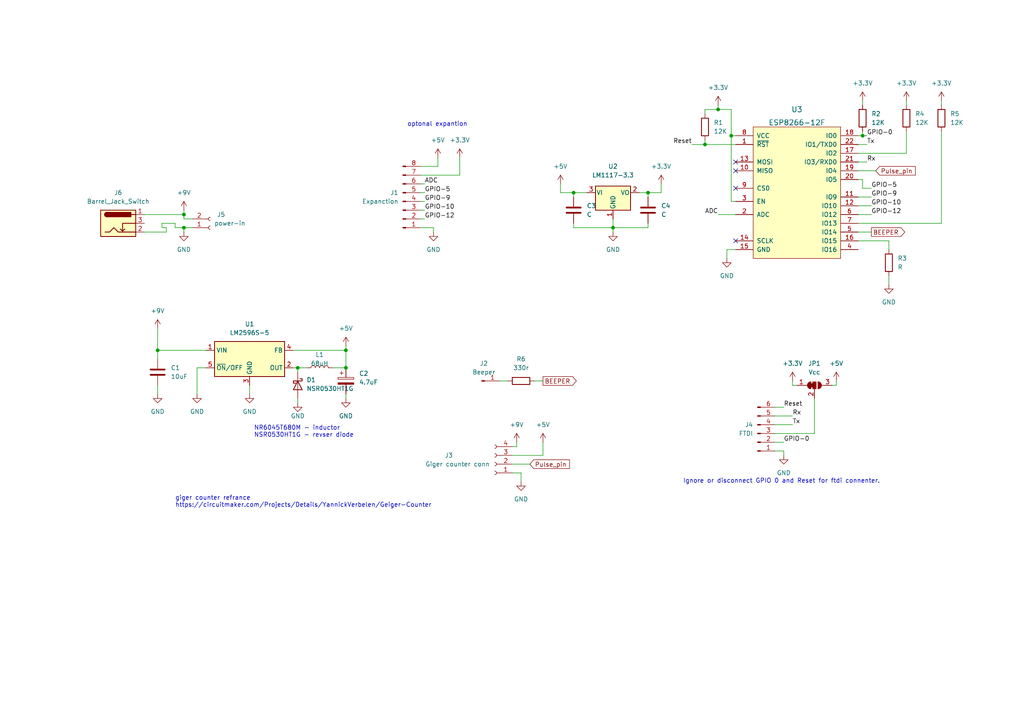
<source format=kicad_sch>
(kicad_sch (version 20211123) (generator eeschema)
  (paper "A4")
  (lib_symbols
    (symbol "Connector:Barrel_Jack_Switch" (pin_names hide)
      (property "Reference" "J" (at 0 5.334 0))
      (property "Value" "Barrel_Jack_Switch" (at 0 -5.08 0))
      (symbol "Barrel_Jack_Switch_0_1"
        (rectangle (start -5.08 3.81) (end 5.08 -3.81) (stroke (width 0.254)) (fill (type background)))
        (arc (start -3.302 3.175) (mid -3.937 2.54) (end -3.302 1.905) (stroke (width 0.254)))
        (arc (start -3.302 3.175) (mid -3.937 2.54) (end -3.302 1.905) (stroke (width 0.254)) (fill (type outline)))
        (polyline (pts (xy 1.27 -2.286) (xy 1.905 -1.651)) (stroke (width 0.254)))
        (polyline (pts (xy 5.08 2.54) (xy 3.81 2.54)) (stroke (width 0.254)))
        (polyline (pts (xy 5.08 0) (xy 1.27 0) (xy 1.27 -2.286) (xy 0.635 -1.651)) (stroke (width 0.254)))
        (polyline (pts (xy -3.81 -2.54) (xy -2.54 -2.54) (xy -1.27 -1.27) (xy 0 -2.54) (xy 2.54 -2.54) (xy 5.08 -2.54)) (stroke (width 0.254)))
        (rectangle (start 3.683 3.175) (end -3.302 1.905) (stroke (width 0.254)) (fill (type outline)))
      )
      (symbol "Barrel_Jack_Switch_1_1"
        (pin passive line (at 7.62 2.54 180) (length 2.54) (name "~") (number "1"))
        (pin passive line (at 7.62 -2.54 180) (length 2.54) (name "~") (number "2"))
        (pin passive line (at 7.62 0 180) (length 2.54) (name "~") (number "3"))
      )
    )
    (symbol "Connector:Conn_01x01_Male" (pin_names (offset 1.016) hide)
      (property "Reference" "J" (at 0 2.54 0))
      (property "Value" "Conn_01x01_Male" (at 0 -2.54 0))
      (symbol "Conn_01x01_Male_1_1"
        (polyline (pts (xy 1.27 0) (xy 0.8636 0)) (stroke (width 0.1524)))
        (rectangle (start 0.8636 0.127) (end 0 -0.127) (stroke (width 0.1524)) (fill (type outline)))
        (pin passive line (at 5.08 0 180) (length 3.81) (name "Pin_1") (number "1"))
      )
    )
    (symbol "Connector:Conn_01x02_Female" (pin_names (offset 1.016) hide)
      (property "Reference" "J" (at 0 2.54 0))
      (property "Value" "Conn_01x02_Female" (at 0 -5.08 0))
      (symbol "Conn_01x02_Female_1_1"
        (arc (start 0 -2.032) (mid -0.508 -2.54) (end 0 -3.048) (stroke (width 0.1524)))
        (polyline (pts (xy -1.27 -2.54) (xy -0.508 -2.54)) (stroke (width 0.1524)))
        (polyline (pts (xy -1.27 0) (xy -0.508 0)) (stroke (width 0.1524)))
        (arc (start 0 0.508) (mid -0.508 0) (end 0 -0.508) (stroke (width 0.1524)))
        (pin passive line (at -5.08 0 0) (length 3.81) (name "Pin_1") (number "1"))
        (pin passive line (at -5.08 -2.54 0) (length 3.81) (name "Pin_2") (number "2"))
      )
    )
    (symbol "Connector:Conn_01x04_Female" (pin_names (offset 1.016) hide)
      (property "Reference" "J" (at 0 5.08 0))
      (property "Value" "Conn_01x04_Female" (at 0 -7.62 0))
      (symbol "Conn_01x04_Female_1_1"
        (arc (start 0 -4.572) (mid -0.508 -5.08) (end 0 -5.588) (stroke (width 0.1524)))
        (arc (start 0 -2.032) (mid -0.508 -2.54) (end 0 -3.048) (stroke (width 0.1524)))
        (polyline (pts (xy -1.27 -5.08) (xy -0.508 -5.08)) (stroke (width 0.1524)))
        (polyline (pts (xy -1.27 -2.54) (xy -0.508 -2.54)) (stroke (width 0.1524)))
        (polyline (pts (xy -1.27 0) (xy -0.508 0)) (stroke (width 0.1524)))
        (polyline (pts (xy -1.27 2.54) (xy -0.508 2.54)) (stroke (width 0.1524)))
        (arc (start 0 0.508) (mid -0.508 0) (end 0 -0.508) (stroke (width 0.1524)))
        (arc (start 0 3.048) (mid -0.508 2.54) (end 0 2.032) (stroke (width 0.1524)))
        (pin passive line (at -5.08 2.54 0) (length 3.81) (name "Pin_1") (number "1"))
        (pin passive line (at -5.08 0 0) (length 3.81) (name "Pin_2") (number "2"))
        (pin passive line (at -5.08 -2.54 0) (length 3.81) (name "Pin_3") (number "3"))
        (pin passive line (at -5.08 -5.08 0) (length 3.81) (name "Pin_4") (number "4"))
      )
    )
    (symbol "Connector:Conn_01x06_Male" (pin_names (offset 1.016) hide)
      (property "Reference" "J" (at 0 7.62 0))
      (property "Value" "Conn_01x06_Male" (at 0 -10.16 0))
      (symbol "Conn_01x06_Male_1_1"
        (polyline (pts (xy 1.27 -7.62) (xy 0.8636 -7.62)) (stroke (width 0.1524)))
        (polyline (pts (xy 1.27 -5.08) (xy 0.8636 -5.08)) (stroke (width 0.1524)))
        (polyline (pts (xy 1.27 -2.54) (xy 0.8636 -2.54)) (stroke (width 0.1524)))
        (polyline (pts (xy 1.27 0) (xy 0.8636 0)) (stroke (width 0.1524)))
        (polyline (pts (xy 1.27 2.54) (xy 0.8636 2.54)) (stroke (width 0.1524)))
        (polyline (pts (xy 1.27 5.08) (xy 0.8636 5.08)) (stroke (width 0.1524)))
        (rectangle (start 0.8636 -7.493) (end 0 -7.747) (stroke (width 0.1524)) (fill (type outline)))
        (rectangle (start 0.8636 -4.953) (end 0 -5.207) (stroke (width 0.1524)) (fill (type outline)))
        (rectangle (start 0.8636 -2.413) (end 0 -2.667) (stroke (width 0.1524)) (fill (type outline)))
        (rectangle (start 0.8636 0.127) (end 0 -0.127) (stroke (width 0.1524)) (fill (type outline)))
        (rectangle (start 0.8636 2.667) (end 0 2.413) (stroke (width 0.1524)) (fill (type outline)))
        (rectangle (start 0.8636 5.207) (end 0 4.953) (stroke (width 0.1524)) (fill (type outline)))
        (pin passive line (at 5.08 5.08 180) (length 3.81) (name "Pin_1") (number "1"))
        (pin passive line (at 5.08 2.54 180) (length 3.81) (name "Pin_2") (number "2"))
        (pin passive line (at 5.08 0 180) (length 3.81) (name "Pin_3") (number "3"))
        (pin passive line (at 5.08 -2.54 180) (length 3.81) (name "Pin_4") (number "4"))
        (pin passive line (at 5.08 -5.08 180) (length 3.81) (name "Pin_5") (number "5"))
        (pin passive line (at 5.08 -7.62 180) (length 3.81) (name "Pin_6") (number "6"))
      )
    )
    (symbol "Connector:Conn_01x08_Male" (pin_names (offset 1.016) hide)
      (property "Reference" "J" (at 0 10.16 0))
      (property "Value" "Conn_01x08_Male" (at 0 -12.7 0))
      (symbol "Conn_01x08_Male_1_1"
        (polyline (pts (xy 1.27 -10.16) (xy 0.8636 -10.16)) (stroke (width 0.1524)))
        (polyline (pts (xy 1.27 -7.62) (xy 0.8636 -7.62)) (stroke (width 0.1524)))
        (polyline (pts (xy 1.27 -5.08) (xy 0.8636 -5.08)) (stroke (width 0.1524)))
        (polyline (pts (xy 1.27 -2.54) (xy 0.8636 -2.54)) (stroke (width 0.1524)))
        (polyline (pts (xy 1.27 0) (xy 0.8636 0)) (stroke (width 0.1524)))
        (polyline (pts (xy 1.27 2.54) (xy 0.8636 2.54)) (stroke (width 0.1524)))
        (polyline (pts (xy 1.27 5.08) (xy 0.8636 5.08)) (stroke (width 0.1524)))
        (polyline (pts (xy 1.27 7.62) (xy 0.8636 7.62)) (stroke (width 0.1524)))
        (rectangle (start 0.8636 -10.033) (end 0 -10.287) (stroke (width 0.1524)) (fill (type outline)))
        (rectangle (start 0.8636 -7.493) (end 0 -7.747) (stroke (width 0.1524)) (fill (type outline)))
        (rectangle (start 0.8636 -4.953) (end 0 -5.207) (stroke (width 0.1524)) (fill (type outline)))
        (rectangle (start 0.8636 -2.413) (end 0 -2.667) (stroke (width 0.1524)) (fill (type outline)))
        (rectangle (start 0.8636 0.127) (end 0 -0.127) (stroke (width 0.1524)) (fill (type outline)))
        (rectangle (start 0.8636 2.667) (end 0 2.413) (stroke (width 0.1524)) (fill (type outline)))
        (rectangle (start 0.8636 5.207) (end 0 4.953) (stroke (width 0.1524)) (fill (type outline)))
        (rectangle (start 0.8636 7.747) (end 0 7.493) (stroke (width 0.1524)) (fill (type outline)))
        (pin passive line (at 5.08 7.62 180) (length 3.81) (name "Pin_1") (number "1"))
        (pin passive line (at 5.08 5.08 180) (length 3.81) (name "Pin_2") (number "2"))
        (pin passive line (at 5.08 2.54 180) (length 3.81) (name "Pin_3") (number "3"))
        (pin passive line (at 5.08 0 180) (length 3.81) (name "Pin_4") (number "4"))
        (pin passive line (at 5.08 -2.54 180) (length 3.81) (name "Pin_5") (number "5"))
        (pin passive line (at 5.08 -5.08 180) (length 3.81) (name "Pin_6") (number "6"))
        (pin passive line (at 5.08 -7.62 180) (length 3.81) (name "Pin_7") (number "7"))
        (pin passive line (at 5.08 -10.16 180) (length 3.81) (name "Pin_8") (number "8"))
      )
    )
    (symbol "Device:C" (pin_numbers hide) (pin_names (offset 0.254))
      (property "Reference" "C" (at 0.635 2.54 0))
      (property "Value" "C" (at 0.635 -2.54 0))
      (symbol "C_0_1"
        (polyline (pts (xy -2.032 -0.762) (xy 2.032 -0.762)) (stroke (width 0.508)))
        (polyline (pts (xy -2.032 0.762) (xy 2.032 0.762)) (stroke (width 0.508)))
      )
      (symbol "C_1_1"
        (pin passive line (at 0 3.81 270) (length 2.794) (name "~") (number "1"))
        (pin passive line (at 0 -3.81 90) (length 2.794) (name "~") (number "2"))
      )
    )
    (symbol "Device:C_Polarized" (pin_numbers hide) (pin_names (offset 0.254))
      (property "Reference" "C" (at 0.635 2.54 0))
      (property "Value" "C_Polarized" (at 0.635 -2.54 0))
      (symbol "C_Polarized_0_1"
        (rectangle (start -2.286 0.508) (end 2.286 1.016))
        (polyline (pts (xy -1.778 2.286) (xy -0.762 2.286)))
        (polyline (pts (xy -1.27 2.794) (xy -1.27 1.778)))
        (rectangle (start 2.286 -0.508) (end -2.286 -1.016) (fill (type outline)))
      )
      (symbol "C_Polarized_1_1"
        (pin passive line (at 0 3.81 270) (length 2.794) (name "~") (number "1"))
        (pin passive line (at 0 -3.81 90) (length 2.794) (name "~") (number "2"))
      )
    )
    (symbol "Device:L" (pin_numbers hide) (pin_names (offset 1.016) hide)
      (property "Reference" "L" (at -1.27 0 90))
      (property "Value" "L" (at 1.905 0 90))
      (symbol "L_0_1"
        (arc (start 0 -2.54) (mid 0.635 -1.905) (end 0 -1.27))
        (arc (start 0 -1.27) (mid 0.635 -0.635) (end 0 0))
        (arc (start 0 0) (mid 0.635 0.635) (end 0 1.27))
        (arc (start 0 1.27) (mid 0.635 1.905) (end 0 2.54))
      )
      (symbol "L_1_1"
        (pin passive line (at 0 3.81 270) (length 1.27) (name "1") (number "1"))
        (pin passive line (at 0 -3.81 90) (length 1.27) (name "2") (number "2"))
      )
    )
    (symbol "Device:R" (pin_numbers hide) (pin_names (offset 0))
      (property "Reference" "R" (at 2.032 0 90))
      (property "Value" "R" (at 0 0 90))
      (symbol "R_0_1"
        (rectangle (start -1.016 -2.54) (end 1.016 2.54) (stroke (width 0.254)))
      )
      (symbol "R_1_1"
        (pin passive line (at 0 3.81 270) (length 1.27) (name "~") (number "1"))
        (pin passive line (at 0 -3.81 90) (length 1.27) (name "~") (number "2"))
      )
    )
    (symbol "Diode:1N5822" (pin_numbers hide) (pin_names (offset 1.016) hide)
      (property "Reference" "D" (at 0 2.54 0))
      (property "Value" "1N5822" (at 0 -2.54 0))
      (symbol "1N5822_0_1"
        (polyline (pts (xy 1.27 0) (xy -1.27 0)))
        (polyline (pts (xy 1.27 1.27) (xy 1.27 -1.27) (xy -1.27 0) (xy 1.27 1.27)) (stroke (width 0.254)))
        (polyline (pts (xy -1.905 0.635) (xy -1.905 1.27) (xy -1.27 1.27) (xy -1.27 -1.27) (xy -0.635 -1.27) (xy -0.635 -0.635)) (stroke (width 0.254)))
      )
      (symbol "1N5822_1_1"
        (pin passive line (at -3.81 0 0) (length 2.54) (name "K") (number "1"))
        (pin passive line (at 3.81 0 180) (length 2.54) (name "A") (number "2"))
      )
    )
    (symbol "Jumper:SolderJumper_3_Bridged12" (pin_names (offset 0) hide)
      (property "Reference" "JP" (at -2.54 -2.54 0))
      (property "Value" "SolderJumper_3_Bridged12" (at 0 2.794 0))
      (symbol "SolderJumper_3_Bridged12_0_1"
        (rectangle (start -1.016 0.508) (end -0.508 -0.508) (fill (type outline)))
        (arc (start -1.016 1.016) (mid -2.032 0) (end -1.016 -1.016))
        (arc (start -1.016 1.016) (mid -2.032 0) (end -1.016 -1.016) (fill (type outline)))
        (rectangle (start -0.508 1.016) (end 0.508 -1.016) (fill (type outline)))
        (polyline (pts (xy -2.54 0) (xy -2.032 0)))
        (polyline (pts (xy -1.016 1.016) (xy -1.016 -1.016)))
        (polyline (pts (xy 0 -1.27) (xy 0 -1.016)))
        (polyline (pts (xy 1.016 1.016) (xy 1.016 -1.016)))
        (polyline (pts (xy 2.54 0) (xy 2.032 0)))
        (arc (start 1.016 -1.016) (mid 2.032 0) (end 1.016 1.016))
        (arc (start 1.016 -1.016) (mid 2.032 0) (end 1.016 1.016) (fill (type outline)))
      )
      (symbol "SolderJumper_3_Bridged12_1_1"
        (pin passive line (at -5.08 0 0) (length 2.54) (name "A") (number "1"))
        (pin passive line (at 0 -3.81 90) (length 2.54) (name "C") (number "2"))
        (pin passive line (at 5.08 0 180) (length 2.54) (name "B") (number "3"))
      )
    )
    (symbol "Regulator_Linear:LM1117-3.3" (pin_names (offset 0.254))
      (property "Reference" "U" (at -3.81 3.175 0))
      (property "Value" "LM1117-3.3" (at 0 3.175 0))
      (symbol "LM1117-3.3_0_1"
        (rectangle (start -5.08 -5.08) (end 5.08 1.905) (stroke (width 0.254)) (fill (type background)))
      )
      (symbol "LM1117-3.3_1_1"
        (pin power_in line (at 0 -7.62 90) (length 2.54) (name "GND") (number "1"))
        (pin power_out line (at 7.62 0 180) (length 2.54) (name "VO") (number "2"))
        (pin power_in line (at -7.62 0 0) (length 2.54) (name "VI") (number "3"))
      )
    )
    (symbol "Regulator_Switching:LM2596S-5"
      (property "Reference" "U" (at -10.16 6.35 0))
      (property "Value" "LM2596S-5" (at 0 6.35 0))
      (symbol "LM2596S-5_0_1"
        (rectangle (start -10.16 5.08) (end 10.16 -5.08) (stroke (width 0.254)) (fill (type background)))
      )
      (symbol "LM2596S-5_1_1"
        (pin power_in line (at -12.7 2.54 0) (length 2.54) (name "VIN") (number "1"))
        (pin output line (at 12.7 -2.54 180) (length 2.54) (name "OUT") (number "2"))
        (pin power_in line (at 0 -7.62 90) (length 2.54) (name "GND") (number "3"))
        (pin input line (at 12.7 2.54 180) (length 2.54) (name "FB") (number "4"))
        (pin input line (at -12.7 -2.54 0) (length 2.54) (name "~{ON}/OFF") (number "5"))
      )
    )
    (symbol "phosphor:ESP8266-12F" (pin_names (offset 1.016))
      (property "Reference" "U" (at 0 -3.81 0))
      (property "Value" "ESP8266-12F" (at 0 -1.27 0))
      (symbol "ESP8266-12F_0_1"
        (rectangle (start -12.7 38.1) (end 12.7 0) (fill (type background)))
      )
      (symbol "ESP8266-12F_1_1"
        (pin input line (at -17.78 33.02 0) (length 5.08) (name "~{RST}") (number "1"))
        (pin output line (at -17.78 25.4 0) (length 5.08) (name "MISO") (number "10"))
        (pin bidirectional line (at 17.78 17.78 180) (length 5.08) (name "IO9") (number "11"))
        (pin bidirectional line (at 17.78 15.24 180) (length 5.08) (name "IO10") (number "12"))
        (pin output line (at -17.78 27.94 0) (length 5.08) (name "MOSI") (number "13"))
        (pin output line (at -17.78 5.08 0) (length 5.08) (name "SCLK") (number "14"))
        (pin power_in line (at -17.78 2.54 0) (length 5.08) (name "GND") (number "15"))
        (pin bidirectional line (at 17.78 5.08 180) (length 5.08) (name "IO15") (number "16"))
        (pin bidirectional line (at 17.78 30.48 180) (length 5.08) (name "IO2") (number "17"))
        (pin bidirectional line (at 17.78 35.56 180) (length 5.08) (name "IO0") (number "18"))
        (pin bidirectional line (at 17.78 25.4 180) (length 5.08) (name "IO4") (number "19"))
        (pin input line (at -17.78 12.7 0) (length 5.08) (name "ADC") (number "2"))
        (pin bidirectional line (at 17.78 22.86 180) (length 5.08) (name "IO5") (number "20"))
        (pin bidirectional line (at 17.78 27.94 180) (length 5.08) (name "IO3/RXD0") (number "21"))
        (pin bidirectional line (at 17.78 33.02 180) (length 5.08) (name "IO1/TXD0") (number "22"))
        (pin input line (at -17.78 16.51 0) (length 5.08) (name "EN") (number "3"))
        (pin bidirectional line (at 17.78 2.54 180) (length 5.08) (name "IO16") (number "4"))
        (pin bidirectional line (at 17.78 7.62 180) (length 5.08) (name "IO14") (number "5"))
        (pin bidirectional line (at 17.78 12.7 180) (length 5.08) (name "IO12") (number "6"))
        (pin bidirectional line (at 17.78 10.16 180) (length 5.08) (name "IO13") (number "7"))
        (pin power_in line (at -17.78 35.56 0) (length 5.08) (name "VCC") (number "8"))
        (pin input line (at -17.78 20.32 0) (length 5.08) (name "CS0") (number "9"))
      )
    )
    (symbol "power:+3.3V" (power) (pin_names (offset 0))
      (property "Value" "+3.3V" (at 0 3.556 0))
      (symbol "+3.3V_0_1"
        (polyline (pts (xy -0.762 1.27) (xy 0 2.54)))
        (polyline (pts (xy 0 0) (xy 0 2.54)))
        (polyline (pts (xy 0 2.54) (xy 0.762 1.27)))
      )
      (symbol "+3.3V_1_1"
        (pin power_in line (at 0 0 90) (length 0) hide (name "+3.3V") (number "1"))
      )
    )
    (symbol "power:+5V" (power) (pin_names (offset 0))
      (property "Value" "+5V" (at 0 3.556 0))
      (symbol "+5V_0_1"
        (polyline (pts (xy -0.762 1.27) (xy 0 2.54)))
        (polyline (pts (xy 0 0) (xy 0 2.54)))
        (polyline (pts (xy 0 2.54) (xy 0.762 1.27)))
      )
      (symbol "+5V_1_1"
        (pin power_in line (at 0 0 90) (length 0) hide (name "+5V") (number "1"))
      )
    )
    (symbol "power:+9V" (power) (pin_names (offset 0))
      (property "Value" "+9V" (at 0 3.556 0))
      (symbol "+9V_0_1"
        (polyline (pts (xy -0.762 1.27) (xy 0 2.54)))
        (polyline (pts (xy 0 0) (xy 0 2.54)))
        (polyline (pts (xy 0 2.54) (xy 0.762 1.27)))
      )
      (symbol "+9V_1_1"
        (pin power_in line (at 0 0 90) (length 0) hide (name "+9V") (number "1"))
      )
    )
    (symbol "power:GND" (power) (pin_names (offset 0))
      (property "Value" "GND" (at 0 -3.81 0))
      (symbol "GND_0_1"
        (polyline (pts (xy 0 0) (xy 0 -1.27) (xy 1.27 -1.27) (xy 0 -2.54) (xy -1.27 -1.27) (xy 0 -1.27)))
      )
      (symbol "GND_1_1"
        (pin power_in line (at 0 0 270) (length 0) hide (name "GND") (number "1"))
      )
    )
  )
  (junction (at 208.28 31.75))
  (junction (at 100.33 106.68))
  (junction (at 53.34 62.23))
  (junction (at 53.34 66.04))
  (junction (at 250.19 39.37))
  (junction (at 204.47 41.91))
  (junction (at 177.8 66.04))
  (junction (at 45.72 101.6))
  (junction (at 187.96 55.88))
  (junction (at 212.09 39.37))
  (junction (at 100.33 101.6))
  (junction (at 86.36 106.68))
  (junction (at 166.37 55.88))
  (no_connect (at 213.36 69.85))
  (no_connect (at 213.36 49.53))
  (no_connect (at 213.36 46.99))
  (no_connect (at 213.36 54.61))
  (wire (pts (xy 166.37 55.88) (xy 166.37 57.15)))
  (wire (pts (xy 248.92 52.07) (xy 250.19 52.07)))
  (wire (pts (xy 227.33 130.81) (xy 227.33 132.08)))
  (wire (pts (xy 46.99 66.04) (xy 46.99 64.77)))
  (wire (pts (xy 248.92 59.69) (xy 252.73 59.69)))
  (wire (pts (xy 212.09 58.42) (xy 213.36 58.42)))
  (wire (pts (xy 248.92 46.99) (xy 251.46 46.99)))
  (wire (pts (xy 85.09 101.6) (xy 100.33 101.6)))
  (wire (pts (xy 248.92 67.31) (xy 252.73 67.31)))
  (wire (pts (xy 86.36 106.68) (xy 86.36 107.95)))
  (wire (pts (xy 248.92 41.91) (xy 251.46 41.91)))
  (wire (pts (xy 177.8 66.04) (xy 187.96 66.04)))
  (wire (pts (xy 177.8 67.31) (xy 177.8 66.04)))
  (wire (pts (xy 121.92 58.42) (xy 123.19 58.42)))
  (wire (pts (xy 242.57 110.49) (xy 242.57 111.76)))
  (wire (pts (xy 224.79 128.27) (xy 227.33 128.27)))
  (wire (pts (xy 59.69 101.6) (xy 45.72 101.6)))
  (wire (pts (xy 53.34 63.5) (xy 53.34 62.23)))
  (wire (pts (xy 121.92 48.26) (xy 127 48.26)))
  (wire (pts (xy 210.82 72.39) (xy 213.36 72.39)))
  (wire (pts (xy 45.72 101.6) (xy 45.72 104.14)))
  (wire (pts (xy 85.09 106.68) (xy 86.36 106.68)))
  (wire (pts (xy 53.34 62.23) (xy 53.34 60.96)))
  (wire (pts (xy 133.35 45.72) (xy 133.35 50.8)))
  (wire (pts (xy 262.89 44.45) (xy 262.89 38.1)))
  (wire (pts (xy 177.8 66.04) (xy 177.8 63.5)))
  (wire (pts (xy 121.92 60.96) (xy 123.19 60.96)))
  (wire (pts (xy 224.79 125.73) (xy 236.22 125.73)))
  (wire (pts (xy 48.26 66.04) (xy 46.99 66.04)))
  (wire (pts (xy 48.26 67.31) (xy 48.26 66.04)))
  (wire (pts (xy 200.66 41.91) (xy 204.47 41.91)))
  (wire (pts (xy 148.59 129.54) (xy 149.86 129.54)))
  (wire (pts (xy 100.33 114.3) (xy 100.33 115.57)))
  (wire (pts (xy 151.13 137.16) (xy 151.13 139.7)))
  (wire (pts (xy 50.8 64.77) (xy 50.8 66.04)))
  (wire (pts (xy 127 45.72) (xy 127 48.26)))
  (wire (pts (xy 57.15 114.3) (xy 57.15 106.68)))
  (wire (pts (xy 250.19 29.21) (xy 250.19 30.48)))
  (wire (pts (xy 236.22 115.57) (xy 236.22 125.73)))
  (wire (pts (xy 224.79 118.11) (xy 227.33 118.11)))
  (wire (pts (xy 248.92 69.85) (xy 257.81 69.85)))
  (wire (pts (xy 273.05 29.21) (xy 273.05 30.48)))
  (wire (pts (xy 250.19 38.1) (xy 250.19 39.37)))
  (wire (pts (xy 53.34 66.04) (xy 55.88 66.04)))
  (wire (pts (xy 149.86 129.54) (xy 149.86 128.27)))
  (wire (pts (xy 212.09 39.37) (xy 213.36 39.37)))
  (wire (pts (xy 157.48 132.08) (xy 157.48 128.27)))
  (wire (pts (xy 121.92 66.04) (xy 125.73 66.04)))
  (wire (pts (xy 166.37 64.77) (xy 166.37 66.04)))
  (wire (pts (xy 46.99 64.77) (xy 50.8 64.77)))
  (wire (pts (xy 121.92 50.8) (xy 133.35 50.8)))
  (wire (pts (xy 248.92 39.37) (xy 250.19 39.37)))
  (wire (pts (xy 208.28 31.75) (xy 212.09 31.75)))
  (wire (pts (xy 50.8 66.04) (xy 53.34 66.04)))
  (wire (pts (xy 125.73 67.31) (xy 125.73 66.04)))
  (wire (pts (xy 45.72 95.25) (xy 45.72 101.6)))
  (wire (pts (xy 41.91 67.31) (xy 48.26 67.31)))
  (wire (pts (xy 148.59 134.62) (xy 153.67 134.62)))
  (wire (pts (xy 162.56 53.34) (xy 162.56 55.88)))
  (wire (pts (xy 204.47 41.91) (xy 213.36 41.91)))
  (wire (pts (xy 248.92 44.45) (xy 262.89 44.45)))
  (wire (pts (xy 187.96 66.04) (xy 187.96 64.77)))
  (wire (pts (xy 257.81 69.85) (xy 257.81 72.39)))
  (wire (pts (xy 166.37 55.88) (xy 162.56 55.88)))
  (wire (pts (xy 100.33 106.68) (xy 96.52 106.68)))
  (wire (pts (xy 191.77 53.34) (xy 191.77 55.88)))
  (wire (pts (xy 121.92 63.5) (xy 123.19 63.5)))
  (wire (pts (xy 250.19 39.37) (xy 251.46 39.37)))
  (wire (pts (xy 242.57 111.76) (xy 241.3 111.76)))
  (wire (pts (xy 257.81 80.01) (xy 257.81 82.55)))
  (wire (pts (xy 248.92 62.23) (xy 252.73 62.23)))
  (wire (pts (xy 121.92 55.88) (xy 123.19 55.88)))
  (wire (pts (xy 72.39 111.76) (xy 72.39 114.3)))
  (wire (pts (xy 86.36 115.57) (xy 86.36 116.84)))
  (wire (pts (xy 41.91 62.23) (xy 53.34 62.23)))
  (wire (pts (xy 208.28 62.23) (xy 213.36 62.23)))
  (wire (pts (xy 187.96 55.88) (xy 187.96 57.15)))
  (wire (pts (xy 248.92 64.77) (xy 273.05 64.77)))
  (wire (pts (xy 250.19 54.61) (xy 250.19 52.07)))
  (wire (pts (xy 229.87 110.49) (xy 229.87 111.76)))
  (wire (pts (xy 262.89 29.21) (xy 262.89 30.48)))
  (wire (pts (xy 204.47 31.75) (xy 208.28 31.75)))
  (wire (pts (xy 86.36 106.68) (xy 88.9 106.68)))
  (wire (pts (xy 248.92 57.15) (xy 252.73 57.15)))
  (wire (pts (xy 100.33 100.33) (xy 100.33 101.6)))
  (wire (pts (xy 229.87 111.76) (xy 231.14 111.76)))
  (wire (pts (xy 148.59 137.16) (xy 151.13 137.16)))
  (wire (pts (xy 57.15 106.68) (xy 59.69 106.68)))
  (wire (pts (xy 121.92 53.34) (xy 123.19 53.34)))
  (wire (pts (xy 185.42 55.88) (xy 187.96 55.88)))
  (wire (pts (xy 210.82 74.93) (xy 210.82 72.39)))
  (wire (pts (xy 154.94 110.49) (xy 157.48 110.49)))
  (wire (pts (xy 224.79 123.19) (xy 229.87 123.19)))
  (wire (pts (xy 148.59 132.08) (xy 157.48 132.08)))
  (wire (pts (xy 204.47 33.02) (xy 204.47 31.75)))
  (wire (pts (xy 208.28 30.48) (xy 208.28 31.75)))
  (wire (pts (xy 55.88 63.5) (xy 53.34 63.5)))
  (wire (pts (xy 224.79 130.81) (xy 227.33 130.81)))
  (wire (pts (xy 166.37 66.04) (xy 177.8 66.04)))
  (wire (pts (xy 204.47 40.64) (xy 204.47 41.91)))
  (wire (pts (xy 53.34 67.31) (xy 53.34 66.04)))
  (wire (pts (xy 212.09 31.75) (xy 212.09 39.37)))
  (wire (pts (xy 252.73 54.61) (xy 250.19 54.61)))
  (wire (pts (xy 144.78 110.49) (xy 147.32 110.49)))
  (wire (pts (xy 187.96 55.88) (xy 191.77 55.88)))
  (wire (pts (xy 170.18 55.88) (xy 166.37 55.88)))
  (wire (pts (xy 100.33 101.6) (xy 100.33 106.68)))
  (wire (pts (xy 224.79 120.65) (xy 229.87 120.65)))
  (wire (pts (xy 45.72 111.76) (xy 45.72 114.3)))
  (wire (pts (xy 273.05 64.77) (xy 273.05 38.1)))
  (wire (pts (xy 248.92 49.53) (xy 254 49.53)))
  (wire (pts (xy 212.09 39.37) (xy 212.09 58.42)))
  (text "Ignore or disconnect GPIO 0 and Reset for ftdi connenter.\n" (at 198.12 140.335 0) (effects (font (size 1.27 1.27)) (justify left bottom)))
  (text "optonal expantion 	" (at 118.11 36.83 0) (effects (font (size 1.27 1.27)) (justify left bottom)))
  (text "NR6045T680M - inductor\nNSR0530HT1G - revser diode" (at 73.66 127 0) (effects (font (size 1.27 1.27)) (justify left bottom)))
  (text "giger counter refrance\nhttps://circuitmaker.com/Projects/Details/YannickVerbelen/Geiger-Counter" (at 50.8 147.32 0) (effects (font (size 1.27 1.27)) (justify left bottom)))
  (label "ADC" (at 208.28 62.23 180))
  (label "GPIO-9" (at 123.19 58.42 0))
  (label "Rx" (at 229.87 120.65 0))
  (label "GPIO-5" (at 123.19 55.88 0))
  (label "GPIO-10" (at 252.73 59.69 0))
  (label "GPIO-10" (at 123.19 60.96 0))
  (label "ADC" (at 123.19 53.34 0))
  (label "GPIO-12" (at 252.73 62.23 0))
  (label "Reset" (at 227.33 118.11 0))
  (label "Tx" (at 229.87 123.19 0))
  (label "Rx" (at 251.46 46.99 0))
  (label "Reset" (at 200.66 41.91 180))
  (label "Tx" (at 251.46 41.91 0))
  (label "GPIO-9" (at 252.73 57.15 0))
  (label "GPIO-12" (at 123.19 63.5 0))
  (label "GPIO-0" (at 227.33 128.27 0))
  (label "GPIO-0" (at 251.46 39.37 0))
  (label "GPIO-5" (at 252.73 54.61 0))
  (global_label "Pulse_pin" (shape input) (at 254 49.53 0) (property "Intersheet References" "${INTERSHEET_REFS}" (effects hide)))
  (global_label "BEEPER" (shape output) (at 252.73 67.31 0) (property "Intersheet References" "${INTERSHEET_REFS}" (effects hide)))
  (global_label "Pulse_pin" (shape input) (at 153.67 134.62 0) (property "Intersheet References" "${INTERSHEET_REFS}" (effects hide)))
  (global_label "BEEPER" (shape output) (at 157.48 110.49 0) (property "Intersheet References" "${INTERSHEET_REFS}" (effects hide)))
  (symbol (lib_id "power:GND") (at 177.8 67.31 0) (unit 1)
    (property "Reference" "#PWR0103" (effects hide))
    (property "Value" "GND" (at 177.8 72.39 0))
  )
  (symbol (lib_id "power:GND") (at 100.33 115.57 0) (unit 1)
    (property "Reference" "#PWR0108" (effects hide))
    (property "Value" "GND" (at 100.33 120.65 0))
  )
  (symbol (lib_id "power:GND") (at 257.81 82.55 0) (unit 1)
    (property "Reference" "#PWR0104" (effects hide))
    (property "Value" "GND" (at 257.81 87.63 0))
  )
  (symbol (lib_id "power:+5V") (at 100.33 100.33 0) (unit 1)
    (property "Reference" "#PWR0113" (effects hide))
    (property "Value" "+5V" (at 100.33 95.25 0))
  )
  (symbol (lib_id "Device:L") (at 92.71 106.68 90) (unit 1)
    (property "Reference" "L1" (at 92.71 102.87 90))
    (property "Value" "68uH" (at 92.71 105.41 90))
    (property "Footprint" "Inductor_SMD:L_Taiyo-Yuden_NR-60xx_HandSoldering" (effects hide))
    (property "Part number" "NR6045T680M" (effects hide))
  )
  (symbol (lib_id "power:+9V") (at 45.72 95.25 0) (unit 1)
    (property "Reference" "#PWR0114" (effects hide))
    (property "Value" "+9V" (at 45.72 90.17 0))
  )
  (symbol (lib_id "power:+3.3V") (at 208.28 30.48 0) (unit 1)
    (property "Reference" "#PWR0115" (effects hide))
    (property "Value" "+3.3V" (at 208.28 25.4 0))
  )
  (symbol (lib_id "Device:R") (at 262.89 34.29 0) (unit 1)
    (property "Reference" "R4" (at 265.43 33.0199 0) (effects (justify left)))
    (property "Value" "12K" (at 265.43 35.5599 0) (effects (justify left)))
    (property "Footprint" "Resistor_SMD:R_0603_1608Metric" (effects hide))
  )
  (symbol (lib_id "phosphor:ESP8266-12F") (at 231.14 74.93 0) (unit 1)
    (property "Reference" "U3" (at 231.14 31.75 0) (effects (font (size 1.524 1.524))))
    (property "Value" "ESP8266-12F" (at 231.14 35.56 0) (effects (font (size 1.524 1.524))))
    (property "Footprint" "phosphor:ESP8266-13F" (effects hide))
  )
  (symbol (lib_id "Device:C") (at 45.72 107.95 0) (unit 1)
    (property "Reference" "C1" (at 49.53 106.6799 0) (effects (justify left)))
    (property "Value" "10uF" (at 49.53 109.2199 0) (effects (justify left)))
    (property "Footprint" "Capacitor_SMD:C_0805_2012Metric" (effects hide))
  )
  (symbol (lib_id "Device:R") (at 204.47 36.83 0) (unit 1)
    (property "Reference" "R1" (at 207.01 35.5599 0) (effects (justify left)))
    (property "Value" "12K" (at 207.01 38.0999 0) (effects (justify left)))
    (property "Footprint" "Resistor_SMD:R_0603_1608Metric" (effects hide))
  )
  (symbol (lib_id "power:+9V") (at 149.86 128.27 0) (unit 1)
    (property "Reference" "#PWR0118" (effects hide))
    (property "Value" "+9V" (at 149.86 123.19 0))
  )
  (symbol (lib_id "power:GND") (at 125.73 67.31 0) (unit 1)
    (property "Reference" "#PWR0117" (effects hide))
    (property "Value" "GND" (at 125.73 72.39 0))
  )
  (symbol (lib_id "power:+3.3V") (at 133.35 45.72 0) (unit 1)
    (property "Reference" "#PWR0120" (effects hide))
    (property "Value" "+3.3V" (at 133.35 40.64 0))
  )
  (symbol (lib_id "power:+3.3V") (at 273.05 29.21 0) (unit 1)
    (property "Reference" "#PWR0124" (effects hide))
    (property "Value" "+3.3V" (at 273.05 24.13 0))
  )
  (symbol (lib_id "power:GND") (at 210.82 74.93 0) (unit 1)
    (property "Reference" "#PWR0102" (effects hide))
    (property "Value" "GND" (at 210.82 80.01 0))
  )
  (symbol (lib_id "Connector:Conn_01x02_Female") (at 60.96 66.04 0) (mirror x) (unit 1)
    (property "Reference" "J5" (at 64.135 62.23 0))
    (property "Value" "power-in" (at 66.675 64.77 0))
    (property "Footprint" "Connector_PinSocket_2.54mm:PinSocket_1x02_P2.54mm_Vertical" (effects hide))
  )
  (symbol (lib_id "power:+5V") (at 157.48 128.27 0) (unit 1)
    (property "Reference" "#PWR0119" (effects hide))
    (property "Value" "+5V" (at 157.48 123.19 0))
  )
  (symbol (lib_id "power:+9V") (at 53.34 60.96 0) (unit 1)
    (property "Reference" "#PWR0126" (effects hide))
    (property "Value" "+9V" (at 53.34 55.88 0))
  )
  (symbol (lib_id "Connector:Barrel_Jack_Switch") (at 34.29 64.77 0) (unit 1)
    (property "Reference" "J6" (at 34.29 55.88 0))
    (property "Value" "Barrel_Jack_Switch" (at 34.29 58.42 0))
    (property "Footprint" "Connector_BarrelJack:BarrelJack_GCT_DCJ200-10-A_Horizontal" (effects hide))
  )
  (symbol (lib_id "Device:R") (at 151.13 110.49 90) (unit 1)
    (property "Reference" "R6" (at 151.13 104.14 90))
    (property "Value" "330r" (at 151.13 106.68 90))
    (property "Footprint" "Resistor_SMD:R_0603_1608Metric" (effects hide))
  )
  (symbol (lib_id "power:+3.3V") (at 229.87 110.49 0) (unit 1)
    (property "Reference" "#PWR0106" (effects hide))
    (property "Value" "+3.3V" (at 229.87 105.41 0))
  )
  (symbol (lib_id "power:+3.3V") (at 191.77 53.34 0) (unit 1)
    (property "Reference" "#PWR0101" (effects hide))
    (property "Value" "+3.3V" (at 191.77 48.26 0))
  )
  (symbol (lib_id "power:GND") (at 45.72 114.3 0) (unit 1)
    (property "Reference" "#PWR0112" (effects hide))
    (property "Value" "GND" (at 45.72 119.38 0))
  )
  (symbol (lib_id "Regulator_Switching:LM2596S-5") (at 72.39 104.14 0) (unit 1)
    (property "Reference" "U1" (at 72.39 93.98 0))
    (property "Value" "LM2596S-5" (at 72.39 96.52 0))
    (property "Footprint" "Package_TO_SOT_SMD:TO-263-5_TabPin3" (effects hide))
    (property "Datasheet" "http://www.ti.com/lit/ds/symlink/lm2596.pdf" (effects hide))
  )
  (symbol (lib_id "Connector:Conn_01x08_Male") (at 116.84 58.42 0) (mirror x) (unit 1)
    (property "Reference" "J1" (at 115.57 55.8799 0) (effects (justify right)))
    (property "Value" "Expanction" (at 115.57 58.4199 0) (effects (justify right)))
    (property "Footprint" "Connector_PinSocket_2.54mm:PinSocket_2x04_P2.54mm_Vertical" (effects hide))
  )
  (symbol (lib_id "Diode:1N5822") (at 86.36 111.76 270) (unit 1)
    (property "Reference" "D1" (at 88.9 110.1724 90) (effects (justify left)))
    (property "Value" "NSR0530HT1G" (at 88.9 112.7124 90) (effects (justify left)))
    (property "Footprint" "Diode_SMD:D_SOD-323" (effects hide))
    (property "Datasheet" "http://www.vishay.com/docs/88526/1n5820.pdf" (effects hide))
  )
  (symbol (lib_id "power:GND") (at 227.33 132.08 0) (unit 1)
    (property "Reference" "#PWR0107" (effects hide))
    (property "Value" "GND" (at 227.33 137.16 0))
  )
  (symbol (lib_id "power:GND") (at 57.15 114.3 0) (unit 1)
    (property "Reference" "#PWR0111" (effects hide))
    (property "Value" "GND" (at 57.15 119.38 0))
  )
  (symbol (lib_id "power:+5V") (at 127 45.72 0) (unit 1)
    (property "Reference" "#PWR0121" (effects hide))
    (property "Value" "+5V" (at 127 40.64 0))
  )
  (symbol (lib_id "Jumper:SolderJumper_3_Bridged12") (at 236.22 111.76 0) (unit 1)
    (property "Reference" "JP1" (at 236.22 105.41 0))
    (property "Value" "Vcc" (at 236.22 107.95 0))
    (property "Footprint" "Jumper:SolderJumper-3_P1.3mm_Bridged2Bar12_RoundedPad1.0x1.5mm" (effects hide))
  )
  (symbol (lib_id "power:+5V") (at 242.57 110.49 0) (unit 1)
    (property "Reference" "#PWR0105" (effects hide))
    (property "Value" "+5V" (at 242.57 105.41 0))
  )
  (symbol (lib_id "power:GND") (at 53.34 67.31 0) (unit 1)
    (property "Reference" "#PWR0125" (effects hide))
    (property "Value" "GND" (at 53.34 72.39 0))
  )
  (symbol (lib_id "Connector:Conn_01x04_Female") (at 143.51 134.62 180) (unit 1)
    (property "Reference" "J3" (at 130.175 132.08 0))
    (property "Value" "Giger counter conn" (at 132.715 134.62 0))
    (property "Footprint" "Connector_PinSocket_2.54mm:PinSocket_1x04_P2.54mm_Vertical" (effects hide))
  )
  (symbol (lib_id "Device:R") (at 273.05 34.29 0) (unit 1)
    (property "Reference" "R5" (at 275.59 33.0199 0) (effects (justify left)))
    (property "Value" "12K" (at 275.59 35.5599 0) (effects (justify left)))
    (property "Footprint" "Resistor_SMD:R_0603_1608Metric" (effects hide))
  )
  (symbol (lib_id "power:GND") (at 151.13 139.7 0) (unit 1)
    (property "Reference" "#PWR0116" (effects hide))
    (property "Value" "GND" (at 151.13 144.78 0))
  )
  (symbol (lib_id "Device:R") (at 257.81 76.2 0) (unit 1)
    (property "Reference" "R3" (at 260.35 74.9299 0) (effects (justify left)))
    (property "Value" "R" (at 260.35 77.4699 0) (effects (justify left)))
    (property "Footprint" "Resistor_SMD:R_0603_1608Metric" (effects hide))
  )
  (symbol (lib_id "Connector:Conn_01x06_Male") (at 219.71 125.73 0) (mirror x) (unit 1)
    (property "Reference" "J4" (at 218.44 123.1899 0) (effects (justify right)))
    (property "Value" "FTDI" (at 218.44 125.7299 0) (effects (justify right)))
    (property "Footprint" "Connector_PinSocket_2.54mm:PinSocket_1x06_P2.54mm_Vertical" (effects hide))
  )
  (symbol (lib_id "power:GND") (at 72.39 114.3 0) (unit 1)
    (property "Reference" "#PWR0110" (effects hide))
    (property "Value" "GND" (at 72.39 119.38 0))
  )
  (symbol (lib_id "power:GND") (at 86.36 116.84 0) (unit 1)
    (property "Reference" "#PWR0109" (effects hide))
    (property "Value" "GND" (at 86.36 120.65 0))
  )
  (symbol (lib_id "Connector:Conn_01x01_Male") (at 139.7 110.49 0) (unit 1)
    (property "Reference" "J2" (at 140.335 105.41 0))
    (property "Value" "Beeper" (at 140.335 107.95 0))
    (property "Footprint" "Connector_PinSocket_2.54mm:PinSocket_1x01_P2.54mm_Vertical" (effects hide))
  )
  (symbol (lib_id "Device:R") (at 250.19 34.29 0) (unit 1)
    (property "Reference" "R2" (at 252.73 33.0199 0) (effects (justify left)))
    (property "Value" "12K" (at 252.73 35.5599 0) (effects (justify left)))
    (property "Footprint" "Resistor_SMD:R_0603_1608Metric" (effects hide))
  )
  (symbol (lib_id "power:+3.3V") (at 250.19 29.21 0) (unit 1)
    (property "Reference" "#PWR0122" (effects hide))
    (property "Value" "+3.3V" (at 250.19 24.13 0))
  )
  (symbol (lib_id "Device:C") (at 187.96 60.96 0) (unit 1)
    (property "Reference" "C4" (at 191.77 59.6899 0) (effects (justify left)))
    (property "Value" "C" (at 191.77 62.2299 0) (effects (justify left)))
    (property "Footprint" "Capacitor_SMD:C_0805_2012Metric" (effects hide))
  )
  (symbol (lib_id "Device:C_Polarized") (at 100.33 110.49 0) (unit 1)
    (property "Reference" "C2" (at 104.14 108.3309 0) (effects (justify left)))
    (property "Value" "4.7uF" (at 104.14 110.8709 0) (effects (justify left)))
    (property "Footprint" "Capacitor_SMD:C_0805_2012Metric" (effects hide))
  )
  (symbol (lib_id "power:+3.3V") (at 262.89 29.21 0) (unit 1)
    (property "Reference" "#PWR0123" (effects hide))
    (property "Value" "+3.3V" (at 262.89 24.13 0))
  )
  (symbol (lib_id "Regulator_Linear:LM1117-3.3") (at 177.8 55.88 0) (unit 1)
    (property "Reference" "U2" (at 177.8 48.26 0))
    (property "Value" "LM1117-3.3" (at 177.8 50.8 0))
    (property "Footprint" "Package_TO_SOT_SMD:SOT-223-3_TabPin2" (effects hide))
    (property "Datasheet" "http://www.ti.com/lit/ds/symlink/lm1117.pdf" (effects hide))
  )
  (symbol (lib_id "Device:C") (at 166.37 60.96 0) (unit 1)
    (property "Reference" "C3" (at 170.18 59.6899 0) (effects (justify left)))
    (property "Value" "C" (at 170.18 62.2299 0) (effects (justify left)))
    (property "Footprint" "Capacitor_SMD:C_0805_2012Metric" (effects hide))
  )
  (symbol (lib_id "power:+5V") (at 162.56 53.34 0) (unit 1)
    (property "Reference" "#PWR0127" (effects hide))
    (property "Value" "+5V" (at 162.56 48.26 0))
  )
)
</source>
